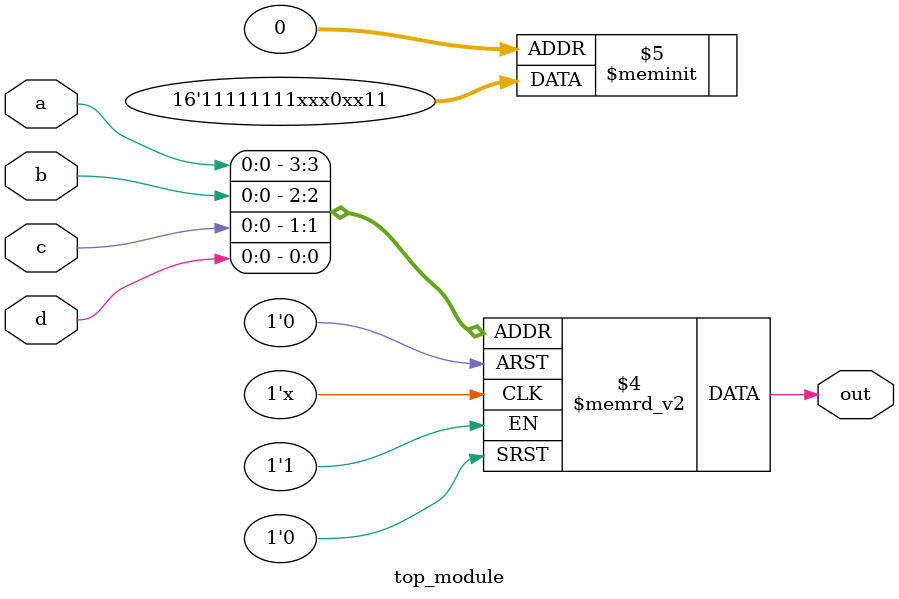
<source format=sv>
module top_module (
    input a, 
    input b,
    input c,
    input d,
    output reg out
);

always @(*)
begin
    case({a,b,c,d})
        4'b0000: out = 1'b1;
        4'b0001: out = 1'b1; // Changed value to 1'b1
        4'b0010: out = 1'bx;
        4'b0011: out = 1'bx;
        4'b0100: out = 1'b0;
        4'b0101: out = 1'bx;
        4'b0110: out = 1'bx;
        4'b0111: out = 1'bx;
        4'b1000: out = 1'b1;
        4'b1001: out = 1'b1;
        4'b1010: out = 1'b1;
        4'b1011: out = 1'b1;
        4'b1100: out = 1'b1;
        4'b1101: out = 1'b1;
        4'b1110: out = 1'b1;
        default: out = 1'b1;
    endcase
end

endmodule

</source>
